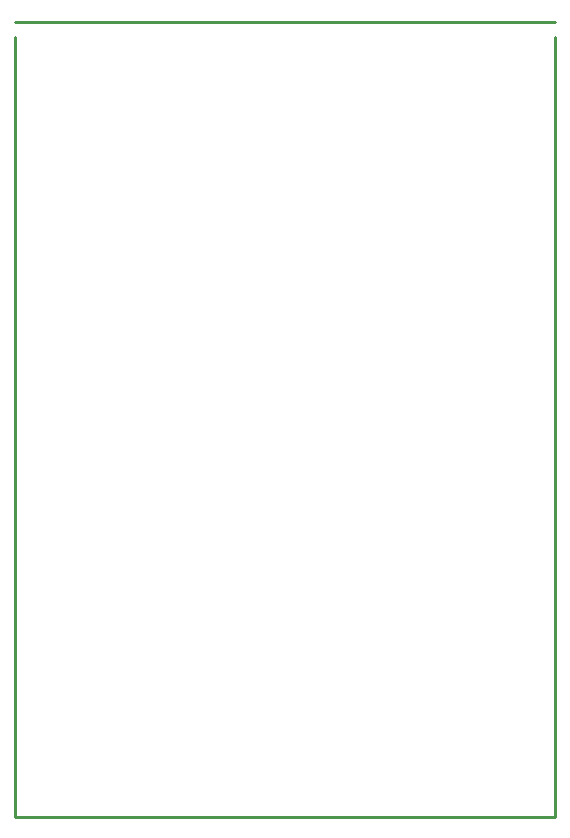
<source format=gm1>
G04 Layer_Color=16711935*
%FSLAX24Y24*%
%MOIN*%
G70*
G01*
G75*
%ADD29C,0.0100*%
G54D29*
X9000Y-13000D02*
Y13000D01*
X-9000Y-13000D02*
X9000D01*
X-9000D02*
Y13000D01*
Y13500D02*
X9000D01*
M02*

</source>
